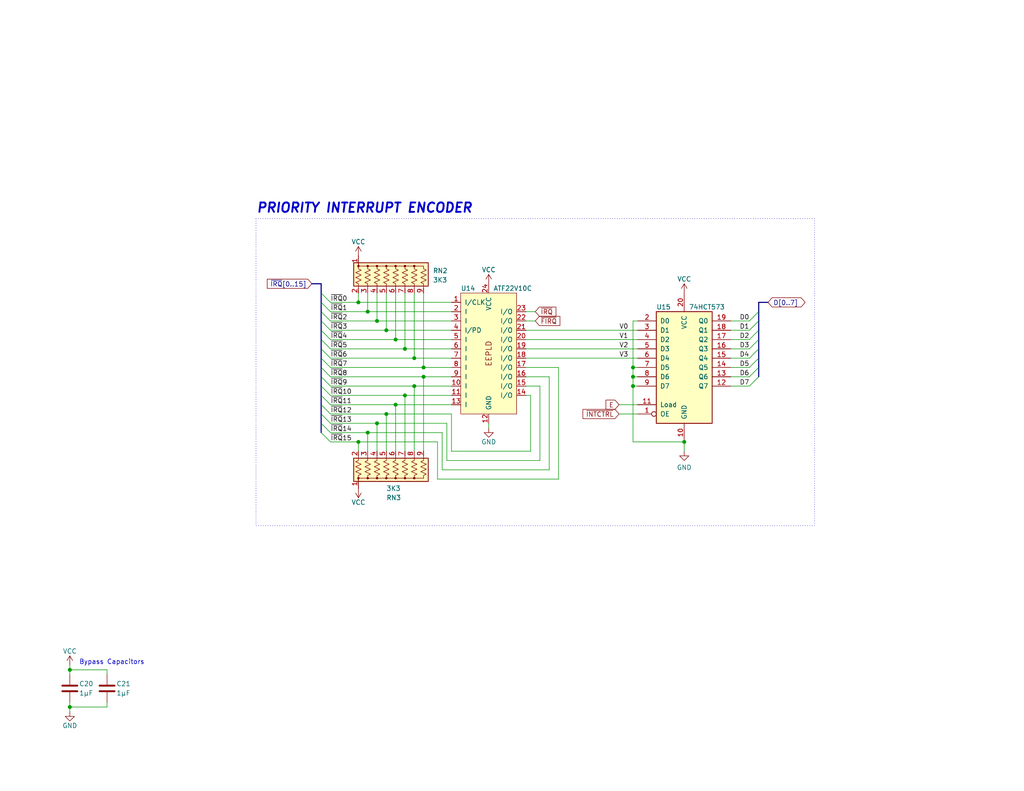
<source format=kicad_sch>
(kicad_sch (version 20231120) (generator "eeschema") (generator_version "8.0")
  (paper "USLetter")
  (title_block (title "Priority Interrupt Encoder") (date "2024-03-17") (rev "1.4") (company "Frédéric Segard") (comment 1 "MicroHobbyist's Retro Homebrew Computers") (comment 2 "microhobbyist.com"))
  (lib_symbols
    (symbol "0_Library:ATF22V10C" (pin_names (offset 1.016))
      (property "Reference" "U" (at -7.62 0 0))
      (property "Value" "ATF22V10C" (at 1.27 0 0))
      (symbol "ATF22V10C_0_0"
        (text "EEPLD" (at 0 -17.78 900) (effects (font (size 1.4986 1.4986))))
      )
      (symbol "ATF22V10C_0_1"
        (rectangle (start -7.62 -1.27) (end 7.62 -34.29) (fill (type background)))
      )
      (symbol "ATF22V10C_1_1"
        (pin input line (at -10.16 -3.81 0) (length 2.54) (name "I/CLK") (number "1"))
        (pin input line (at -10.16 -26.67 0) (length 2.54) (name "I") (number "10"))
        (pin input line (at -10.16 -29.21 0) (length 2.54) (name "I") (number "11"))
        (pin power_in line (at 0 -36.83 90) (length 2.54) (name "GND") (number "12"))
        (pin input line (at -10.16 -31.75 0) (length 2.54) (name "I") (number "13"))
        (pin bidirectional line (at 10.16 -29.21 180) (length 2.54) (name "I/O") (number "14"))
        (pin bidirectional line (at 10.16 -26.67 180) (length 2.54) (name "I/O") (number "15"))
        (pin bidirectional line (at 10.16 -24.13 180) (length 2.54) (name "I/O") (number "16"))
        (pin bidirectional line (at 10.16 -21.59 180) (length 2.54) (name "I/O") (number "17"))
        (pin bidirectional line (at 10.16 -19.05 180) (length 2.54) (name "I/O") (number "18"))
        (pin bidirectional line (at 10.16 -16.51 180) (length 2.54) (name "I/O") (number "19"))
        (pin input line (at -10.16 -6.35 0) (length 2.54) (name "I") (number "2"))
        (pin bidirectional line (at 10.16 -13.97 180) (length 2.54) (name "I/O") (number "20"))
        (pin bidirectional line (at 10.16 -11.43 180) (length 2.54) (name "I/O") (number "21"))
        (pin bidirectional line (at 10.16 -8.89 180) (length 2.54) (name "I/O") (number "22"))
        (pin bidirectional line (at 10.16 -6.35 180) (length 2.54) (name "I/O") (number "23"))
        (pin power_in line (at 0 1.27 270) (length 2.54) (name "VCC") (number "24"))
        (pin input line (at -10.16 -8.89 0) (length 2.54) (name "I") (number "3"))
        (pin input line (at -10.16 -11.43 0) (length 2.54) (name "I/PD") (number "4"))
        (pin input line (at -10.16 -13.97 0) (length 2.54) (name "I") (number "5"))
        (pin input line (at -10.16 -16.51 0) (length 2.54) (name "I") (number "6"))
        (pin input line (at -10.16 -19.05 0) (length 2.54) (name "I") (number "7"))
        (pin input line (at -10.16 -21.59 0) (length 2.54) (name "I") (number "8"))
        (pin input line (at -10.16 -24.13 0) (length 2.54) (name "I") (number "9"))
      )
    )
    (symbol "74xx:74LS573" (pin_names (offset 1.016))
      (property "Reference" "U" (at -7.62 16.51 0))
      (property "Value" "74LS573" (at -7.62 -16.51 0))
      (symbol "74LS573_1_0"
        (pin input inverted (at -12.7 -12.7 0) (length 5.08) (name "OE") (number "1"))
        (pin power_in line (at 0 -20.32 90) (length 5.08) (name "GND") (number "10"))
        (pin input line (at -12.7 -10.16 0) (length 5.08) (name "Load") (number "11"))
        (pin tri_state line (at 12.7 -5.08 180) (length 5.08) (name "Q7") (number "12"))
        (pin tri_state line (at 12.7 -2.54 180) (length 5.08) (name "Q6") (number "13"))
        (pin tri_state line (at 12.7 0 180) (length 5.08) (name "Q5") (number "14"))
        (pin tri_state line (at 12.7 2.54 180) (length 5.08) (name "Q4") (number "15"))
        (pin tri_state line (at 12.7 5.08 180) (length 5.08) (name "Q3") (number "16"))
        (pin tri_state line (at 12.7 7.62 180) (length 5.08) (name "Q2") (number "17"))
        (pin tri_state line (at 12.7 10.16 180) (length 5.08) (name "Q1") (number "18"))
        (pin tri_state line (at 12.7 12.7 180) (length 5.08) (name "Q0") (number "19"))
        (pin input line (at -12.7 12.7 0) (length 5.08) (name "D0") (number "2"))
        (pin power_in line (at 0 20.32 270) (length 5.08) (name "VCC") (number "20"))
        (pin input line (at -12.7 10.16 0) (length 5.08) (name "D1") (number "3"))
        (pin input line (at -12.7 7.62 0) (length 5.08) (name "D2") (number "4"))
        (pin input line (at -12.7 5.08 0) (length 5.08) (name "D3") (number "5"))
        (pin input line (at -12.7 2.54 0) (length 5.08) (name "D4") (number "6"))
        (pin input line (at -12.7 0 0) (length 5.08) (name "D5") (number "7"))
        (pin input line (at -12.7 -2.54 0) (length 5.08) (name "D6") (number "8"))
        (pin input line (at -12.7 -5.08 0) (length 5.08) (name "D7") (number "9"))
      )
      (symbol "74LS573_1_1"
        (rectangle (start -7.62 15.24) (end 7.62 -15.24) (stroke (width 0.254)) (fill (type background)))
      )
    )
    (symbol "Device:C" (pin_numbers hide) (pin_names (offset 0.254))
      (property "Reference" "C" (at 0.635 2.54 0))
      (property "Value" "C" (at 0.635 -2.54 0))
      (symbol "C_0_1"
        (polyline (pts (xy -2.032 -0.762) (xy 2.032 -0.762)) (stroke (width 0.508)))
        (polyline (pts (xy -2.032 0.762) (xy 2.032 0.762)) (stroke (width 0.508)))
      )
      (symbol "C_1_1"
        (pin passive line (at 0 3.81 270) (length 2.794) (name "~") (number "1"))
        (pin passive line (at 0 -3.81 90) (length 2.794) (name "~") (number "2"))
      )
    )
    (symbol "Device:R_Network08_US" (pin_names (offset 0) hide)
      (property "Reference" "RN" (at -12.7 0 90))
      (property "Value" "R_Network08_US" (at 10.16 0 90))
      (symbol "R_Network08_US_0_1"
        (rectangle (start -11.43 -3.175) (end 8.89 3.175) (stroke (width 0.254)) (fill (type background)))
        (circle (center -10.16 2.286) (radius 0.254) (fill (type outline)))
        (circle (center -7.62 2.286) (radius 0.254) (fill (type outline)))
        (circle (center -5.08 2.286) (radius 0.254) (fill (type outline)))
        (circle (center -2.54 2.286) (radius 0.254) (fill (type outline)))
        (polyline (pts (xy -10.16 2.286) (xy 7.62 2.286)))
        (polyline (pts (xy -10.16 2.286) (xy -10.16 1.524) (xy -9.398 1.1684) (xy -10.922 0.508) (xy -9.398 -0.1524) (xy -10.922 -0.8382) (xy -9.398 -1.524) (xy -10.922 -2.1844) (xy -10.16 -2.54) (xy -10.16 -3.81)))
        (polyline (pts (xy -7.62 2.286) (xy -7.62 1.524) (xy -6.858 1.1684) (xy -8.382 0.508) (xy -6.858 -0.1524) (xy -8.382 -0.8382) (xy -6.858 -1.524) (xy -8.382 -2.1844) (xy -7.62 -2.54) (xy -7.62 -3.81)))
        (polyline (pts (xy -5.08 2.286) (xy -5.08 1.524) (xy -4.318 1.1684) (xy -5.842 0.508) (xy -4.318 -0.1524) (xy -5.842 -0.8382) (xy -4.318 -1.524) (xy -5.842 -2.1844) (xy -5.08 -2.54) (xy -5.08 -3.81)))
        (polyline (pts (xy -2.54 2.286) (xy -2.54 1.524) (xy -1.778 1.1684) (xy -3.302 0.508) (xy -1.778 -0.1524) (xy -3.302 -0.8382) (xy -1.778 -1.524) (xy -3.302 -2.1844) (xy -2.54 -2.54) (xy -2.54 -3.81)))
        (polyline (pts (xy 0 2.286) (xy 0 1.524) (xy 0.762 1.1684) (xy -0.762 0.508) (xy 0.762 -0.1524) (xy -0.762 -0.8382) (xy 0.762 -1.524) (xy -0.762 -2.1844) (xy 0 -2.54) (xy 0 -3.81)))
        (polyline (pts (xy 2.54 2.286) (xy 2.54 1.524) (xy 3.302 1.1684) (xy 1.778 0.508) (xy 3.302 -0.1524) (xy 1.778 -0.8382) (xy 3.302 -1.524) (xy 1.778 -2.1844) (xy 2.54 -2.54) (xy 2.54 -3.81)))
        (polyline (pts (xy 5.08 2.286) (xy 5.08 1.524) (xy 5.842 1.1684) (xy 4.318 0.508) (xy 5.842 -0.1524) (xy 4.318 -0.8382) (xy 5.842 -1.524) (xy 4.318 -2.1844) (xy 5.08 -2.54) (xy 5.08 -3.81)))
        (polyline (pts (xy 7.62 2.286) (xy 7.62 1.524) (xy 8.382 1.1684) (xy 6.858 0.508) (xy 8.382 -0.1524) (xy 6.858 -0.8382) (xy 8.382 -1.524) (xy 6.858 -2.1844) (xy 7.62 -2.54) (xy 7.62 -3.81)))
        (circle (center 0 2.286) (radius 0.254) (fill (type outline)))
        (circle (center 2.54 2.286) (radius 0.254) (fill (type outline)))
        (circle (center 5.08 2.286) (radius 0.254) (fill (type outline)))
      )
      (symbol "R_Network08_US_1_1"
        (pin passive line (at -10.16 5.08 270) (length 2.54) (name "common") (number "1"))
        (pin passive line (at -10.16 -5.08 90) (length 1.27) (name "R1") (number "2"))
        (pin passive line (at -7.62 -5.08 90) (length 1.27) (name "R2") (number "3"))
        (pin passive line (at -5.08 -5.08 90) (length 1.27) (name "R3") (number "4"))
        (pin passive line (at -2.54 -5.08 90) (length 1.27) (name "R4") (number "5"))
        (pin passive line (at 0 -5.08 90) (length 1.27) (name "R5") (number "6"))
        (pin passive line (at 2.54 -5.08 90) (length 1.27) (name "R6") (number "7"))
        (pin passive line (at 5.08 -5.08 90) (length 1.27) (name "R7") (number "8"))
        (pin passive line (at 7.62 -5.08 90) (length 1.27) (name "R8") (number "9"))
      )
    )
    (symbol "power:GND" (power) (pin_names (offset 0))
      (property "Value" "GND" (at 0 -3.81 0))
      (symbol "GND_0_1"
        (polyline (pts (xy 0 0) (xy 0 -1.27) (xy 1.27 -1.27) (xy 0 -2.54) (xy -1.27 -1.27) (xy 0 -1.27)))
      )
      (symbol "GND_1_1"
        (pin power_in line (at 0 0 270) (length 0) hide (name "GND") (number "1"))
      )
    )
    (symbol "power:VCC" (power) (pin_names (offset 0))
      (property "Value" "VCC" (at 0 3.81 0))
      (symbol "VCC_0_1"
        (polyline (pts (xy -0.762 1.27) (xy 0 2.54)))
        (polyline (pts (xy 0 0) (xy 0 2.54)))
        (polyline (pts (xy 0 2.54) (xy 0.762 1.27)))
      )
      (symbol "VCC_1_1"
        (pin power_in line (at 0 0 90) (length 0) hide (name "VCC") (number "1"))
      )
    )
  )
  (junction (at 186.69 120.65))
  (junction (at 172.72 102.87))
  (junction (at 115.57 102.87))
  (junction (at 107.95 92.71))
  (junction (at 115.57 100.33))
  (junction (at 102.87 87.63))
  (junction (at 172.72 100.33))
  (junction (at 97.79 120.65))
  (junction (at 102.87 115.57))
  (junction (at 19.05 193.04))
  (junction (at 105.41 90.17))
  (junction (at 110.49 107.95))
  (junction (at 110.49 95.25))
  (junction (at 19.05 182.88))
  (junction (at 100.33 118.11))
  (junction (at 105.41 113.03))
  (junction (at 113.03 97.79))
  (junction (at 172.72 105.41))
  (junction (at 107.95 110.49))
  (junction (at 113.03 105.41))
  (junction (at 97.79 82.55))
  (junction (at 100.33 85.09))
  (bus_entry (at 87.63 118.11) (size 2.54 2.54))
  (bus_entry (at 204.47 102.87) (size 2.54 -2.54))
  (bus_entry (at 204.47 92.71) (size 2.54 -2.54))
  (bus_entry (at 87.63 92.71) (size 2.54 2.54))
  (bus_entry (at 87.63 90.17) (size 2.54 2.54))
  (bus_entry (at 87.63 95.25) (size 2.54 2.54))
  (bus_entry (at 87.63 87.63) (size 2.54 2.54))
  (bus_entry (at 204.47 95.25) (size 2.54 -2.54))
  (bus_entry (at 87.63 100.33) (size 2.54 2.54))
  (bus_entry (at 87.63 102.87) (size 2.54 2.54))
  (bus_entry (at 87.63 113.03) (size 2.54 2.54))
  (bus_entry (at 87.63 107.95) (size 2.54 2.54))
  (bus_entry (at 87.63 105.41) (size 2.54 2.54))
  (bus_entry (at 204.47 87.63) (size 2.54 -2.54))
  (bus_entry (at 204.47 105.41) (size 2.54 -2.54))
  (bus_entry (at 87.63 85.09) (size 2.54 2.54))
  (bus_entry (at 87.63 97.79) (size 2.54 2.54))
  (bus_entry (at 87.63 82.55) (size 2.54 2.54))
  (bus_entry (at 87.63 115.57) (size 2.54 2.54))
  (bus_entry (at 204.47 97.79) (size 2.54 -2.54))
  (bus_entry (at 87.63 80.01) (size 2.54 2.54))
  (bus_entry (at 204.47 100.33) (size 2.54 -2.54))
  (bus_entry (at 204.47 90.17) (size 2.54 -2.54))
  (bus_entry (at 87.63 110.49) (size 2.54 2.54))
  (wire (pts (xy 143.51 87.63) (xy 146.05 87.63)))
  (bus (pts (xy 87.63 105.41) (xy 87.63 107.95)))
  (wire (pts (xy 143.51 92.71) (xy 173.99 92.71)))
  (wire (pts (xy 90.17 90.17) (xy 105.41 90.17)))
  (wire (pts (xy 147.32 125.73) (xy 121.92 125.73)))
  (wire (pts (xy 90.17 102.87) (xy 115.57 102.87)))
  (wire (pts (xy 29.21 191.77) (xy 29.21 193.04)))
  (wire (pts (xy 90.17 118.11) (xy 100.33 118.11)))
  (wire (pts (xy 172.72 102.87) (xy 173.99 102.87)))
  (wire (pts (xy 168.91 110.49) (xy 173.99 110.49)))
  (wire (pts (xy 90.17 97.79) (xy 113.03 97.79)))
  (wire (pts (xy 107.95 92.71) (xy 123.19 92.71)))
  (wire (pts (xy 97.79 123.19) (xy 97.79 120.65)))
  (wire (pts (xy 143.51 102.87) (xy 149.86 102.87)))
  (wire (pts (xy 90.17 107.95) (xy 110.49 107.95)))
  (bus (pts (xy 207.01 87.63) (xy 207.01 85.09)))
  (wire (pts (xy 143.51 85.09) (xy 146.05 85.09)))
  (bus (pts (xy 87.63 100.33) (xy 87.63 102.87)))
  (wire (pts (xy 168.91 113.03) (xy 173.99 113.03)))
  (wire (pts (xy 100.33 80.01) (xy 100.33 85.09)))
  (wire (pts (xy 107.95 80.01) (xy 107.95 92.71)))
  (wire (pts (xy 143.51 97.79) (xy 173.99 97.79)))
  (bus (pts (xy 87.63 110.49) (xy 87.63 113.03)))
  (wire (pts (xy 115.57 80.01) (xy 115.57 100.33)))
  (bus (pts (xy 207.01 90.17) (xy 207.01 87.63)))
  (wire (pts (xy 143.51 105.41) (xy 147.32 105.41)))
  (wire (pts (xy 149.86 128.27) (xy 120.65 128.27)))
  (wire (pts (xy 19.05 182.88) (xy 19.05 184.15)))
  (wire (pts (xy 173.99 87.63) (xy 172.72 87.63)))
  (wire (pts (xy 110.49 107.95) (xy 123.19 107.95)))
  (wire (pts (xy 102.87 87.63) (xy 123.19 87.63)))
  (wire (pts (xy 100.33 85.09) (xy 123.19 85.09)))
  (wire (pts (xy 97.79 120.65) (xy 119.38 120.65)))
  (wire (pts (xy 143.51 100.33) (xy 152.4 100.33)))
  (wire (pts (xy 19.05 181.61) (xy 19.05 182.88)))
  (wire (pts (xy 172.72 120.65) (xy 186.69 120.65)))
  (wire (pts (xy 19.05 182.88) (xy 29.21 182.88)))
  (wire (pts (xy 199.39 95.25) (xy 204.47 95.25)))
  (wire (pts (xy 143.51 95.25) (xy 173.99 95.25)))
  (bus (pts (xy 87.63 113.03) (xy 87.63 115.57)))
  (bus (pts (xy 87.63 102.87) (xy 87.63 105.41)))
  (wire (pts (xy 90.17 95.25) (xy 110.49 95.25)))
  (wire (pts (xy 199.39 105.41) (xy 204.47 105.41)))
  (bus (pts (xy 87.63 97.79) (xy 87.63 100.33)))
  (wire (pts (xy 199.39 87.63) (xy 204.47 87.63)))
  (bus (pts (xy 207.01 92.71) (xy 207.01 90.17)))
  (bus (pts (xy 207.01 82.55) (xy 209.55 82.55)))
  (bus (pts (xy 87.63 85.09) (xy 87.63 82.55)))
  (wire (pts (xy 121.92 125.73) (xy 121.92 115.57)))
  (wire (pts (xy 102.87 123.19) (xy 102.87 115.57)))
  (wire (pts (xy 100.33 118.11) (xy 120.65 118.11)))
  (wire (pts (xy 172.72 105.41) (xy 172.72 120.65)))
  (wire (pts (xy 113.03 80.01) (xy 113.03 97.79)))
  (bus (pts (xy 87.63 92.71) (xy 87.63 90.17)))
  (wire (pts (xy 100.33 123.19) (xy 100.33 118.11)))
  (wire (pts (xy 113.03 123.19) (xy 113.03 105.41)))
  (wire (pts (xy 113.03 105.41) (xy 123.19 105.41)))
  (bus (pts (xy 85.09 77.47) (xy 87.63 77.47)))
  (wire (pts (xy 144.78 123.19) (xy 123.19 123.19)))
  (bus (pts (xy 87.63 90.17) (xy 87.63 87.63)))
  (wire (pts (xy 97.79 82.55) (xy 123.19 82.55)))
  (bus (pts (xy 207.01 85.09) (xy 207.01 82.55)))
  (wire (pts (xy 110.49 95.25) (xy 123.19 95.25)))
  (bus (pts (xy 87.63 82.55) (xy 87.63 80.01)))
  (wire (pts (xy 90.17 120.65) (xy 97.79 120.65)))
  (wire (pts (xy 107.95 110.49) (xy 123.19 110.49)))
  (wire (pts (xy 105.41 90.17) (xy 123.19 90.17)))
  (bus (pts (xy 207.01 102.87) (xy 207.01 100.33)))
  (bus (pts (xy 207.01 95.25) (xy 207.01 92.71)))
  (bus (pts (xy 87.63 80.01) (xy 87.63 77.47)))
  (wire (pts (xy 123.19 100.33) (xy 115.57 100.33)))
  (wire (pts (xy 147.32 105.41) (xy 147.32 125.73)))
  (bus (pts (xy 207.01 97.79) (xy 207.01 95.25)))
  (wire (pts (xy 199.39 97.79) (xy 204.47 97.79)))
  (wire (pts (xy 199.39 100.33) (xy 204.47 100.33)))
  (wire (pts (xy 119.38 130.81) (xy 119.38 120.65)))
  (wire (pts (xy 102.87 115.57) (xy 121.92 115.57)))
  (wire (pts (xy 105.41 80.01) (xy 105.41 90.17)))
  (wire (pts (xy 97.79 80.01) (xy 97.79 82.55)))
  (wire (pts (xy 105.41 123.19) (xy 105.41 113.03)))
  (wire (pts (xy 152.4 100.33) (xy 152.4 130.81)))
  (bus (pts (xy 87.63 107.95) (xy 87.63 110.49)))
  (wire (pts (xy 29.21 182.88) (xy 29.21 184.15)))
  (wire (pts (xy 115.57 123.19) (xy 115.57 102.87)))
  (bus (pts (xy 87.63 87.63) (xy 87.63 85.09)))
  (bus (pts (xy 87.63 95.25) (xy 87.63 92.71)))
  (wire (pts (xy 199.39 102.87) (xy 204.47 102.87)))
  (wire (pts (xy 199.39 90.17) (xy 204.47 90.17)))
  (bus (pts (xy 87.63 115.57) (xy 87.63 118.11)))
  (wire (pts (xy 105.41 113.03) (xy 123.19 113.03)))
  (wire (pts (xy 90.17 92.71) (xy 107.95 92.71)))
  (wire (pts (xy 172.72 105.41) (xy 173.99 105.41)))
  (wire (pts (xy 90.17 82.55) (xy 97.79 82.55)))
  (wire (pts (xy 19.05 193.04) (xy 29.21 193.04)))
  (wire (pts (xy 144.78 107.95) (xy 143.51 107.95)))
  (wire (pts (xy 110.49 80.01) (xy 110.49 95.25)))
  (wire (pts (xy 90.17 85.09) (xy 100.33 85.09)))
  (wire (pts (xy 90.17 113.03) (xy 105.41 113.03)))
  (wire (pts (xy 90.17 100.33) (xy 115.57 100.33)))
  (wire (pts (xy 19.05 193.04) (xy 19.05 194.31)))
  (wire (pts (xy 123.19 123.19) (xy 123.19 113.03)))
  (wire (pts (xy 149.86 102.87) (xy 149.86 128.27)))
  (wire (pts (xy 19.05 191.77) (xy 19.05 193.04)))
  (wire (pts (xy 144.78 107.95) (xy 144.78 123.19)))
  (wire (pts (xy 172.72 100.33) (xy 173.99 100.33)))
  (wire (pts (xy 133.35 116.84) (xy 133.35 115.57)))
  (wire (pts (xy 90.17 110.49) (xy 107.95 110.49)))
  (wire (pts (xy 120.65 128.27) (xy 120.65 118.11)))
  (wire (pts (xy 172.72 87.63) (xy 172.72 100.33)))
  (wire (pts (xy 113.03 97.79) (xy 123.19 97.79)))
  (bus (pts (xy 207.01 100.33) (xy 207.01 97.79)))
  (wire (pts (xy 90.17 105.41) (xy 113.03 105.41)))
  (wire (pts (xy 152.4 130.81) (xy 119.38 130.81)))
  (wire (pts (xy 172.72 102.87) (xy 172.72 105.41)))
  (bus (pts (xy 87.63 97.79) (xy 87.63 95.25)))
  (wire (pts (xy 199.39 92.71) (xy 204.47 92.71)))
  (wire (pts (xy 186.69 120.65) (xy 186.69 123.19)))
  (wire (pts (xy 143.51 90.17) (xy 173.99 90.17)))
  (wire (pts (xy 115.57 102.87) (xy 123.19 102.87)))
  (wire (pts (xy 110.49 123.19) (xy 110.49 107.95)))
  (wire (pts (xy 90.17 87.63) (xy 102.87 87.63)))
  (wire (pts (xy 172.72 100.33) (xy 172.72 102.87)))
  (wire (pts (xy 107.95 123.19) (xy 107.95 110.49)))
  (wire (pts (xy 102.87 80.01) (xy 102.87 87.63)))
  (wire (pts (xy 90.17 115.57) (xy 102.87 115.57)))
  (rectangle (start 69.85 59.69) (end 222.25 143.51) (stroke (width 0) (type dot)))
  (text "Bypass Capacitors" (at 21.59 181.61 0) (effects (font (size 1.27 1.27)) (justify left bottom)))
  (text "PRIORITY INTERRUPT ENCODER" (at 69.85 58.42 0) (effects (font (size 2.54 2.54) (thickness 0.508) (bold yes) (italic yes)) (justify left bottom)))
  (label "~{IRQ}8" (at 90.17 102.87 0))
  (label "~{IRQ}2" (at 90.17 87.63 0))
  (label "~{IRQ}4" (at 90.17 92.71 0))
  (label "~{IRQ}13" (at 90.17 115.57 0))
  (label "~{IRQ}15" (at 90.17 120.65 0))
  (label "D6" (at 204.47 102.87 180))
  (label "D5" (at 204.47 100.33 180))
  (label "V1" (at 171.45 92.71 180))
  (label "~{IRQ}7" (at 90.17 100.33 0))
  (label "~{IRQ}14" (at 90.17 118.11 0))
  (label "D7" (at 204.47 105.41 180))
  (label "V0" (at 171.45 90.17 180))
  (label "~{IRQ}1" (at 90.17 85.09 0))
  (label "~{IRQ}9" (at 90.17 105.41 0))
  (label "~{IRQ}10" (at 90.17 107.95 0))
  (label "D4" (at 204.47 97.79 180))
  (label "D1" (at 204.47 90.17 180))
  (label "V2" (at 171.45 95.25 180))
  (label "~{IRQ}5" (at 90.17 95.25 0))
  (label "D0" (at 204.47 87.63 180))
  (label "~{IRQ}11" (at 90.17 110.49 0))
  (label "V3" (at 171.45 97.79 180))
  (label "D2" (at 204.47 92.71 180))
  (label "~{IRQ}0" (at 90.17 82.55 0))
  (label "~{IRQ}12" (at 90.17 113.03 0))
  (label "~{IRQ}3" (at 90.17 90.17 0))
  (label "D3" (at 204.47 95.25 180))
  (label "~{IRQ}6" (at 90.17 97.79 0))
  (global_label "D[0..7]" (shape bidirectional) (at 209.55 82.55 0) (property "Intersheetrefs" "${INTERSHEET_REFS}" (effects (hide yes))))
  (global_label "~{IRQ}[0..15]" (shape input) (at 85.09 77.47 180) (property "Intersheetrefs" "${INTERSHEET_REFS}" (effects (hide yes))))
  (global_label "~{INTCTRL}" (shape input) (at 168.91 113.03 180) (property "Intersheetrefs" "${INTERSHEET_REFS}" (effects (hide yes))))
  (global_label "~{FIRQ}" (shape input) (at 146.05 87.63 0) (property "Intersheetrefs" "${INTERSHEET_REFS}" (effects (hide yes))))
  (global_label "E" (shape input) (at 168.91 110.49 180) (property "Intersheetrefs" "${INTERSHEET_REFS}" (effects (hide yes))))
  (global_label "~{IRQ}" (shape input) (at 146.05 85.09 0) (property "Intersheetrefs" "${INTERSHEET_REFS}" (effects (hide yes))))
  (symbol (lib_id "Device:C") (at 29.21 187.96 0) (unit 1)
    (property "Reference" "C21" (at 31.75 186.69 0) (effects (justify left)))
    (property "Value" "1µF" (at 31.75 189.23 0) (effects (justify left)))
    (property "Footprint" "Capacitor_THT:C_Disc_D3.0mm_W1.6mm_P2.50mm" (effects (hide yes)))
  )
  (symbol (lib_id "Device:R_Network08_US") (at 107.95 128.27 0) (mirror x) (unit 1)
    (property "Reference" "RN3" (at 105.41 135.89 0) (effects (justify left)))
    (property "Value" "3K3" (at 105.41 133.35 0) (effects (justify left)))
    (property "Footprint" "Resistor_THT:R_Array_SIP9" (effects (hide yes)))
    (property "Datasheet" "http://www.vishay.com/docs/31509/csc.pdf" (effects (hide yes)))
  )
  (symbol (lib_id "power:VCC") (at 133.35 77.47 0) (unit 1)
    (property "Reference" "#PWR061" (effects (hide yes)))
    (property "Value" "VCC" (at 133.35 73.66 0))
  )
  (symbol (lib_id "0_Library:ATF22V10C") (at 133.35 78.74 0) (unit 1)
    (property "Reference" "U14" (at 125.73 78.74 0) (effects (justify left)))
    (property "Value" "ATF22V10C" (at 134.62 78.74 0) (effects (justify left)))
    (property "Footprint" "Package_DIP:DIP-24_W7.62mm_Socket" (effects (hide yes)))
    (property "Datasheet" "http://ww1.microchip.com/downloads/en/DeviceDoc/doc0735.pdf" (effects (hide yes)))
  )
  (symbol (lib_id "power:VCC") (at 19.05 181.61 0) (unit 1)
    (property "Reference" "#PWR066" (effects (hide yes)))
    (property "Value" "VCC" (at 19.05 177.8 0))
  )
  (symbol (lib_id "74xx:74LS573") (at 186.69 100.33 0) (unit 1)
    (property "Reference" "U15" (at 179.07 83.82 0) (effects (justify left)))
    (property "Value" "74HCT573" (at 187.96 83.82 0) (effects (justify left)))
    (property "Footprint" "Package_DIP:DIP-20_W7.62mm_Socket" (effects (hide yes)))
    (property "Datasheet" "74xx/74hc573.pdf" (effects (hide yes)))
  )
  (symbol (lib_id "power:VCC") (at 97.79 133.35 0) (mirror x) (unit 1)
    (property "Reference" "#PWR065" (effects (hide yes)))
    (property "Value" "VCC" (at 97.79 137.16 0))
  )
  (symbol (lib_id "Device:R_Network08_US") (at 107.95 74.93 0) (unit 1)
    (property "Reference" "RN2" (at 118.11 73.914 0) (effects (justify left)))
    (property "Value" "3K3" (at 118.11 76.454 0) (effects (justify left)))
    (property "Footprint" "Resistor_THT:R_Array_SIP9" (effects (hide yes)))
    (property "Datasheet" "http://www.vishay.com/docs/31509/csc.pdf" (effects (hide yes)))
  )
  (symbol (lib_id "power:VCC") (at 186.69 80.01 0) (unit 1)
    (property "Reference" "#PWR062" (effects (hide yes)))
    (property "Value" "VCC" (at 186.69 76.2 0))
  )
  (symbol (lib_id "power:GND") (at 186.69 123.19 0) (unit 1)
    (property "Reference" "#PWR?" (effects (hide yes)))
    (property "Value" "GND" (at 186.69 127.6334 0))
    (instances (project "1 - Main CPU board with basic peripherals (rev5)" (path "" (reference "#PWR?") (unit 1))) (project "4 - Quad serial" (path "" (reference "#PWR?") (unit 1))) (project "PCB - CPU V1" (path "" (reference "#PWR064") (unit 1))))
  )
  (symbol (lib_id "power:GND") (at 133.35 116.84 0) (unit 1)
    (property "Reference" "#PWR?" (effects (hide yes)))
    (property "Value" "GND" (at 133.35 120.65 0))
    (instances (project "1 - Main CPU board with basic peripherals (rev5)" (path "" (reference "#PWR?") (unit 1)) (path "" (reference "#PWR?") (unit 1))) (project "4 - Quad serial" (path "" (reference "#PWR?") (unit 1))) (project "PCB - CPU V1" (path "" (reference "#PWR063") (unit 1))))
  )
  (symbol (lib_id "power:VCC") (at 97.79 69.85 0) (unit 1)
    (property "Reference" "#PWR060" (effects (hide yes)))
    (property "Value" "VCC" (at 97.79 66.04 0))
  )
  (symbol (lib_id "Device:C") (at 19.05 187.96 0) (unit 1)
    (property "Reference" "C20" (at 21.59 186.69 0) (effects (justify left)))
    (property "Value" "1µF" (at 21.59 189.23 0) (effects (justify left)))
    (property "Footprint" "Capacitor_THT:C_Disc_D3.0mm_W1.6mm_P2.50mm" (effects (hide yes)))
  )
  (symbol (lib_id "power:GND") (at 19.05 194.31 0) (unit 1)
    (property "Reference" "#PWR067" (effects (hide yes)))
    (property "Value" "GND" (at 19.05 198.12 0))
  )
)
</source>
